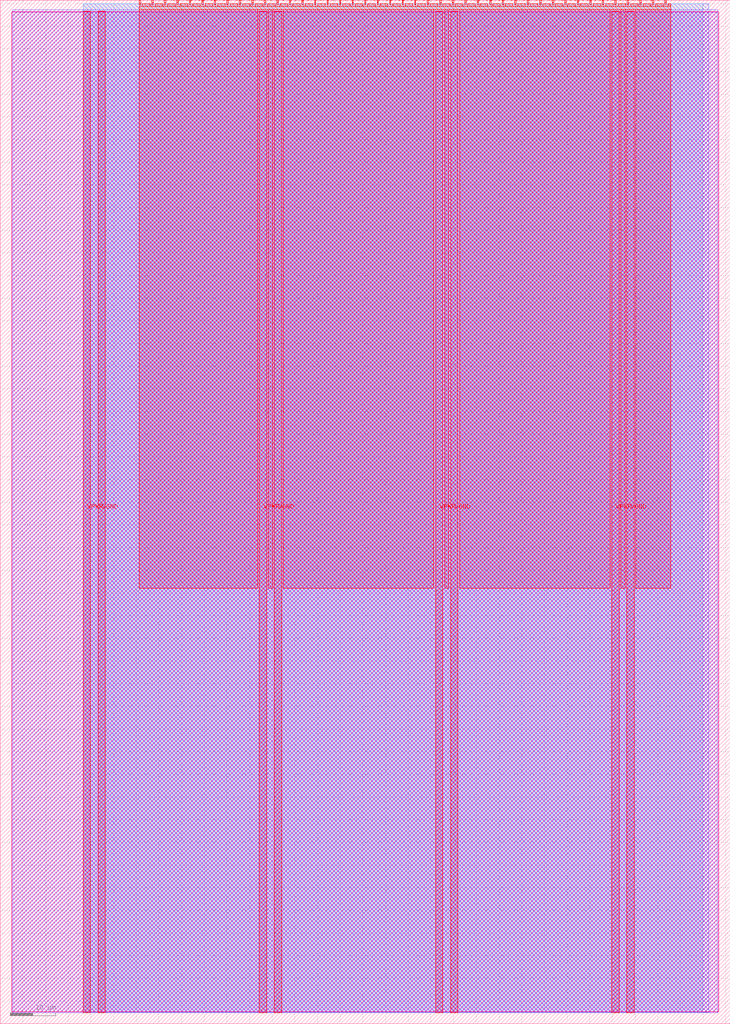
<source format=lef>
VERSION 5.7 ;
  NOWIREEXTENSIONATPIN ON ;
  DIVIDERCHAR "/" ;
  BUSBITCHARS "[]" ;
MACRO tt_um_strau0106_cpu
  CLASS BLOCK ;
  FOREIGN tt_um_strau0106_cpu ;
  ORIGIN 0.000 0.000 ;
  SIZE 161.000 BY 225.760 ;
  PIN VGND
    DIRECTION INOUT ;
    USE GROUND ;
    PORT
      LAYER met4 ;
        RECT 21.580 2.480 23.180 223.280 ;
    END
    PORT
      LAYER met4 ;
        RECT 60.450 2.480 62.050 223.280 ;
    END
    PORT
      LAYER met4 ;
        RECT 99.320 2.480 100.920 223.280 ;
    END
    PORT
      LAYER met4 ;
        RECT 138.190 2.480 139.790 223.280 ;
    END
  END VGND
  PIN VPWR
    DIRECTION INOUT ;
    USE POWER ;
    PORT
      LAYER met4 ;
        RECT 18.280 2.480 19.880 223.280 ;
    END
    PORT
      LAYER met4 ;
        RECT 57.150 2.480 58.750 223.280 ;
    END
    PORT
      LAYER met4 ;
        RECT 96.020 2.480 97.620 223.280 ;
    END
    PORT
      LAYER met4 ;
        RECT 134.890 2.480 136.490 223.280 ;
    END
  END VPWR
  PIN clk
    DIRECTION INPUT ;
    USE SIGNAL ;
    ANTENNAGATEAREA 0.852000 ;
    PORT
      LAYER met4 ;
        RECT 143.830 224.760 144.130 225.760 ;
    END
  END clk
  PIN ena
    DIRECTION INPUT ;
    USE SIGNAL ;
    PORT
      LAYER met4 ;
        RECT 146.590 224.760 146.890 225.760 ;
    END
  END ena
  PIN rst_n
    DIRECTION INPUT ;
    USE SIGNAL ;
    ANTENNAGATEAREA 0.196500 ;
    PORT
      LAYER met4 ;
        RECT 141.070 224.760 141.370 225.760 ;
    END
  END rst_n
  PIN ui_in[0]
    DIRECTION INPUT ;
    USE SIGNAL ;
    PORT
      LAYER met4 ;
        RECT 138.310 224.760 138.610 225.760 ;
    END
  END ui_in[0]
  PIN ui_in[1]
    DIRECTION INPUT ;
    USE SIGNAL ;
    PORT
      LAYER met4 ;
        RECT 135.550 224.760 135.850 225.760 ;
    END
  END ui_in[1]
  PIN ui_in[2]
    DIRECTION INPUT ;
    USE SIGNAL ;
    PORT
      LAYER met4 ;
        RECT 132.790 224.760 133.090 225.760 ;
    END
  END ui_in[2]
  PIN ui_in[3]
    DIRECTION INPUT ;
    USE SIGNAL ;
    PORT
      LAYER met4 ;
        RECT 130.030 224.760 130.330 225.760 ;
    END
  END ui_in[3]
  PIN ui_in[4]
    DIRECTION INPUT ;
    USE SIGNAL ;
    PORT
      LAYER met4 ;
        RECT 127.270 224.760 127.570 225.760 ;
    END
  END ui_in[4]
  PIN ui_in[5]
    DIRECTION INPUT ;
    USE SIGNAL ;
    PORT
      LAYER met4 ;
        RECT 124.510 224.760 124.810 225.760 ;
    END
  END ui_in[5]
  PIN ui_in[6]
    DIRECTION INPUT ;
    USE SIGNAL ;
    PORT
      LAYER met4 ;
        RECT 121.750 224.760 122.050 225.760 ;
    END
  END ui_in[6]
  PIN ui_in[7]
    DIRECTION INPUT ;
    USE SIGNAL ;
    PORT
      LAYER met4 ;
        RECT 118.990 224.760 119.290 225.760 ;
    END
  END ui_in[7]
  PIN uio_in[0]
    DIRECTION INPUT ;
    USE SIGNAL ;
    PORT
      LAYER met4 ;
        RECT 116.230 224.760 116.530 225.760 ;
    END
  END uio_in[0]
  PIN uio_in[1]
    DIRECTION INPUT ;
    USE SIGNAL ;
    ANTENNAGATEAREA 0.196500 ;
    PORT
      LAYER met4 ;
        RECT 113.470 224.760 113.770 225.760 ;
    END
  END uio_in[1]
  PIN uio_in[2]
    DIRECTION INPUT ;
    USE SIGNAL ;
    ANTENNAGATEAREA 0.196500 ;
    PORT
      LAYER met4 ;
        RECT 110.710 224.760 111.010 225.760 ;
    END
  END uio_in[2]
  PIN uio_in[3]
    DIRECTION INPUT ;
    USE SIGNAL ;
    PORT
      LAYER met4 ;
        RECT 107.950 224.760 108.250 225.760 ;
    END
  END uio_in[3]
  PIN uio_in[4]
    DIRECTION INPUT ;
    USE SIGNAL ;
    ANTENNAGATEAREA 0.196500 ;
    PORT
      LAYER met4 ;
        RECT 105.190 224.760 105.490 225.760 ;
    END
  END uio_in[4]
  PIN uio_in[5]
    DIRECTION INPUT ;
    USE SIGNAL ;
    ANTENNAGATEAREA 0.196500 ;
    PORT
      LAYER met4 ;
        RECT 102.430 224.760 102.730 225.760 ;
    END
  END uio_in[5]
  PIN uio_in[6]
    DIRECTION INPUT ;
    USE SIGNAL ;
    PORT
      LAYER met4 ;
        RECT 99.670 224.760 99.970 225.760 ;
    END
  END uio_in[6]
  PIN uio_in[7]
    DIRECTION INPUT ;
    USE SIGNAL ;
    PORT
      LAYER met4 ;
        RECT 96.910 224.760 97.210 225.760 ;
    END
  END uio_in[7]
  PIN uio_oe[0]
    DIRECTION OUTPUT ;
    USE SIGNAL ;
    ANTENNADIFFAREA 0.445500 ;
    PORT
      LAYER met4 ;
        RECT 49.990 224.760 50.290 225.760 ;
    END
  END uio_oe[0]
  PIN uio_oe[1]
    DIRECTION OUTPUT ;
    USE SIGNAL ;
    ANTENNADIFFAREA 0.445500 ;
    PORT
      LAYER met4 ;
        RECT 47.230 224.760 47.530 225.760 ;
    END
  END uio_oe[1]
  PIN uio_oe[2]
    DIRECTION OUTPUT ;
    USE SIGNAL ;
    ANTENNADIFFAREA 0.445500 ;
    PORT
      LAYER met4 ;
        RECT 44.470 224.760 44.770 225.760 ;
    END
  END uio_oe[2]
  PIN uio_oe[3]
    DIRECTION OUTPUT ;
    USE SIGNAL ;
    ANTENNADIFFAREA 0.445500 ;
    PORT
      LAYER met4 ;
        RECT 41.710 224.760 42.010 225.760 ;
    END
  END uio_oe[3]
  PIN uio_oe[4]
    DIRECTION OUTPUT ;
    USE SIGNAL ;
    ANTENNADIFFAREA 0.445500 ;
    PORT
      LAYER met4 ;
        RECT 38.950 224.760 39.250 225.760 ;
    END
  END uio_oe[4]
  PIN uio_oe[5]
    DIRECTION OUTPUT ;
    USE SIGNAL ;
    ANTENNAGATEAREA 0.477000 ;
    ANTENNADIFFAREA 0.924000 ;
    PORT
      LAYER met4 ;
        RECT 36.190 224.760 36.490 225.760 ;
    END
  END uio_oe[5]
  PIN uio_oe[6]
    DIRECTION OUTPUT ;
    USE SIGNAL ;
    ANTENNADIFFAREA 0.445500 ;
    PORT
      LAYER met4 ;
        RECT 33.430 224.760 33.730 225.760 ;
    END
  END uio_oe[6]
  PIN uio_oe[7]
    DIRECTION OUTPUT ;
    USE SIGNAL ;
    ANTENNADIFFAREA 0.445500 ;
    PORT
      LAYER met4 ;
        RECT 30.670 224.760 30.970 225.760 ;
    END
  END uio_oe[7]
  PIN uio_out[0]
    DIRECTION OUTPUT ;
    USE SIGNAL ;
    ANTENNADIFFAREA 0.445500 ;
    PORT
      LAYER met4 ;
        RECT 72.070 224.760 72.370 225.760 ;
    END
  END uio_out[0]
  PIN uio_out[1]
    DIRECTION OUTPUT ;
    USE SIGNAL ;
    ANTENNADIFFAREA 0.891000 ;
    PORT
      LAYER met4 ;
        RECT 69.310 224.760 69.610 225.760 ;
    END
  END uio_out[1]
  PIN uio_out[2]
    DIRECTION OUTPUT ;
    USE SIGNAL ;
    ANTENNADIFFAREA 0.933750 ;
    PORT
      LAYER met4 ;
        RECT 66.550 224.760 66.850 225.760 ;
    END
  END uio_out[2]
  PIN uio_out[3]
    DIRECTION OUTPUT ;
    USE SIGNAL ;
    ANTENNADIFFAREA 0.445500 ;
    PORT
      LAYER met4 ;
        RECT 63.790 224.760 64.090 225.760 ;
    END
  END uio_out[3]
  PIN uio_out[4]
    DIRECTION OUTPUT ;
    USE SIGNAL ;
    ANTENNADIFFAREA 0.891000 ;
    PORT
      LAYER met4 ;
        RECT 61.030 224.760 61.330 225.760 ;
    END
  END uio_out[4]
  PIN uio_out[5]
    DIRECTION OUTPUT ;
    USE SIGNAL ;
    ANTENNADIFFAREA 0.933750 ;
    PORT
      LAYER met4 ;
        RECT 58.270 224.760 58.570 225.760 ;
    END
  END uio_out[5]
  PIN uio_out[6]
    DIRECTION OUTPUT ;
    USE SIGNAL ;
    ANTENNADIFFAREA 0.445500 ;
    PORT
      LAYER met4 ;
        RECT 55.510 224.760 55.810 225.760 ;
    END
  END uio_out[6]
  PIN uio_out[7]
    DIRECTION OUTPUT ;
    USE SIGNAL ;
    PORT
      LAYER met4 ;
        RECT 52.750 224.760 53.050 225.760 ;
    END
  END uio_out[7]
  PIN uo_out[0]
    DIRECTION OUTPUT ;
    USE SIGNAL ;
    ANTENNAGATEAREA 1.129500 ;
    ANTENNADIFFAREA 0.891000 ;
    PORT
      LAYER met4 ;
        RECT 94.150 224.760 94.450 225.760 ;
    END
  END uo_out[0]
  PIN uo_out[1]
    DIRECTION OUTPUT ;
    USE SIGNAL ;
    ANTENNAGATEAREA 1.125000 ;
    ANTENNADIFFAREA 2.862000 ;
    PORT
      LAYER met4 ;
        RECT 91.390 224.760 91.690 225.760 ;
    END
  END uo_out[1]
  PIN uo_out[2]
    DIRECTION OUTPUT ;
    USE SIGNAL ;
    ANTENNAGATEAREA 1.867500 ;
    ANTENNADIFFAREA 0.891000 ;
    PORT
      LAYER met4 ;
        RECT 88.630 224.760 88.930 225.760 ;
    END
  END uo_out[2]
  PIN uo_out[3]
    DIRECTION OUTPUT ;
    USE SIGNAL ;
    ANTENNAGATEAREA 1.620000 ;
    ANTENNADIFFAREA 2.862000 ;
    PORT
      LAYER met4 ;
        RECT 85.870 224.760 86.170 225.760 ;
    END
  END uo_out[3]
  PIN uo_out[4]
    DIRECTION OUTPUT ;
    USE SIGNAL ;
    ANTENNAGATEAREA 0.901500 ;
    ANTENNADIFFAREA 1.075200 ;
    PORT
      LAYER met4 ;
        RECT 83.110 224.760 83.410 225.760 ;
    END
  END uo_out[4]
  PIN uo_out[5]
    DIRECTION OUTPUT ;
    USE SIGNAL ;
    ANTENNAGATEAREA 1.527000 ;
    ANTENNADIFFAREA 1.590400 ;
    PORT
      LAYER met4 ;
        RECT 80.350 224.760 80.650 225.760 ;
    END
  END uo_out[5]
  PIN uo_out[6]
    DIRECTION OUTPUT ;
    USE SIGNAL ;
    ANTENNAGATEAREA 0.285000 ;
    ANTENNADIFFAREA 0.891000 ;
    PORT
      LAYER met4 ;
        RECT 77.590 224.760 77.890 225.760 ;
    END
  END uo_out[6]
  PIN uo_out[7]
    DIRECTION OUTPUT ;
    USE SIGNAL ;
    ANTENNAGATEAREA 0.213000 ;
    ANTENNADIFFAREA 0.891000 ;
    PORT
      LAYER met4 ;
        RECT 74.830 224.760 75.130 225.760 ;
    END
  END uo_out[7]
  OBS
      LAYER nwell ;
        RECT 2.570 2.635 158.430 223.230 ;
      LAYER li1 ;
        RECT 2.760 2.635 158.240 223.125 ;
      LAYER met1 ;
        RECT 2.760 2.480 158.240 223.680 ;
      LAYER met2 ;
        RECT 18.310 2.535 156.300 224.925 ;
      LAYER met3 ;
        RECT 18.290 2.555 154.955 224.905 ;
      LAYER met4 ;
        RECT 31.370 224.360 33.030 224.905 ;
        RECT 34.130 224.360 35.790 224.905 ;
        RECT 36.890 224.360 38.550 224.905 ;
        RECT 39.650 224.360 41.310 224.905 ;
        RECT 42.410 224.360 44.070 224.905 ;
        RECT 45.170 224.360 46.830 224.905 ;
        RECT 47.930 224.360 49.590 224.905 ;
        RECT 50.690 224.360 52.350 224.905 ;
        RECT 53.450 224.360 55.110 224.905 ;
        RECT 56.210 224.360 57.870 224.905 ;
        RECT 58.970 224.360 60.630 224.905 ;
        RECT 61.730 224.360 63.390 224.905 ;
        RECT 64.490 224.360 66.150 224.905 ;
        RECT 67.250 224.360 68.910 224.905 ;
        RECT 70.010 224.360 71.670 224.905 ;
        RECT 72.770 224.360 74.430 224.905 ;
        RECT 75.530 224.360 77.190 224.905 ;
        RECT 78.290 224.360 79.950 224.905 ;
        RECT 81.050 224.360 82.710 224.905 ;
        RECT 83.810 224.360 85.470 224.905 ;
        RECT 86.570 224.360 88.230 224.905 ;
        RECT 89.330 224.360 90.990 224.905 ;
        RECT 92.090 224.360 93.750 224.905 ;
        RECT 94.850 224.360 96.510 224.905 ;
        RECT 97.610 224.360 99.270 224.905 ;
        RECT 100.370 224.360 102.030 224.905 ;
        RECT 103.130 224.360 104.790 224.905 ;
        RECT 105.890 224.360 107.550 224.905 ;
        RECT 108.650 224.360 110.310 224.905 ;
        RECT 111.410 224.360 113.070 224.905 ;
        RECT 114.170 224.360 115.830 224.905 ;
        RECT 116.930 224.360 118.590 224.905 ;
        RECT 119.690 224.360 121.350 224.905 ;
        RECT 122.450 224.360 124.110 224.905 ;
        RECT 125.210 224.360 126.870 224.905 ;
        RECT 127.970 224.360 129.630 224.905 ;
        RECT 130.730 224.360 132.390 224.905 ;
        RECT 133.490 224.360 135.150 224.905 ;
        RECT 136.250 224.360 137.910 224.905 ;
        RECT 139.010 224.360 140.670 224.905 ;
        RECT 141.770 224.360 143.430 224.905 ;
        RECT 144.530 224.360 146.190 224.905 ;
        RECT 147.290 224.360 147.825 224.905 ;
        RECT 30.655 223.680 147.825 224.360 ;
        RECT 30.655 96.055 56.750 223.680 ;
        RECT 59.150 96.055 60.050 223.680 ;
        RECT 62.450 96.055 95.620 223.680 ;
        RECT 98.020 96.055 98.920 223.680 ;
        RECT 101.320 96.055 134.490 223.680 ;
        RECT 136.890 96.055 137.790 223.680 ;
        RECT 140.190 96.055 147.825 223.680 ;
  END
END tt_um_strau0106_cpu
END LIBRARY


</source>
